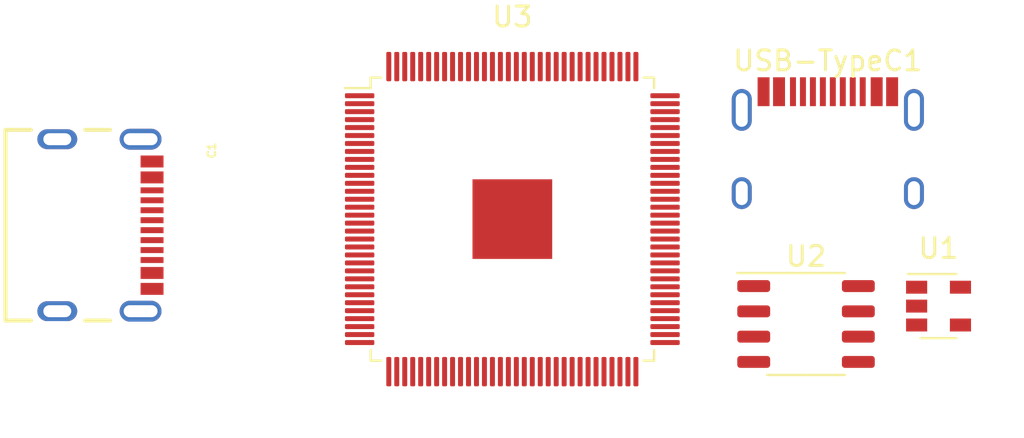
<source format=kicad_pcb>
(kicad_pcb (version 20171130) (host pcbnew "(5.1.7)-1")

  (general
    (thickness 1.6)
    (drawings 0)
    (tracks 0)
    (zones 0)
    (modules 5)
    (nets 155)
  )

  (page A4)
  (layers
    (0 F.Cu signal)
    (31 B.Cu signal)
    (32 B.Adhes user)
    (33 F.Adhes user)
    (34 B.Paste user)
    (35 F.Paste user)
    (36 B.SilkS user)
    (37 F.SilkS user)
    (38 B.Mask user)
    (39 F.Mask user)
    (40 Dwgs.User user)
    (41 Cmts.User user)
    (42 Eco1.User user)
    (43 Eco2.User user)
    (44 Edge.Cuts user)
    (45 Margin user)
    (46 B.CrtYd user)
    (47 F.CrtYd user)
    (48 B.Fab user)
    (49 F.Fab user)
  )

  (setup
    (last_trace_width 0.25)
    (trace_clearance 0.2)
    (zone_clearance 0.508)
    (zone_45_only no)
    (trace_min 0.2)
    (via_size 0.8)
    (via_drill 0.4)
    (via_min_size 0.4)
    (via_min_drill 0.3)
    (uvia_size 0.3)
    (uvia_drill 0.1)
    (uvias_allowed no)
    (uvia_min_size 0.2)
    (uvia_min_drill 0.1)
    (edge_width 0.05)
    (segment_width 0.2)
    (pcb_text_width 0.3)
    (pcb_text_size 1.5 1.5)
    (mod_edge_width 0.12)
    (mod_text_size 1 1)
    (mod_text_width 0.15)
    (pad_size 1.524 1.524)
    (pad_drill 0.762)
    (pad_to_mask_clearance 0)
    (aux_axis_origin 0 0)
    (visible_elements 7FFFFFFF)
    (pcbplotparams
      (layerselection 0x010fc_ffffffff)
      (usegerberextensions false)
      (usegerberattributes true)
      (usegerberadvancedattributes true)
      (creategerberjobfile true)
      (excludeedgelayer true)
      (linewidth 0.100000)
      (plotframeref false)
      (viasonmask false)
      (mode 1)
      (useauxorigin false)
      (hpglpennumber 1)
      (hpglpenspeed 20)
      (hpglpendiameter 15.000000)
      (psnegative false)
      (psa4output false)
      (plotreference true)
      (plotvalue true)
      (plotinvisibletext false)
      (padsonsilk false)
      (subtractmaskfromsilk false)
      (outputformat 1)
      (mirror false)
      (drillshape 1)
      (scaleselection 1)
      (outputdirectory ""))
  )

  (net 0 "")
  (net 1 "Net-(U1-Pad5)")
  (net 2 "Net-(U1-Pad4)")
  (net 3 "Net-(U1-Pad3)")
  (net 4 "Net-(U1-Pad2)")
  (net 5 "Net-(U1-Pad1)")
  (net 6 "Net-(U2-Pad8)")
  (net 7 "Net-(U2-Pad7)")
  (net 8 "Net-(U2-Pad6)")
  (net 9 "Net-(U2-Pad5)")
  (net 10 "Net-(U2-Pad4)")
  (net 11 "Net-(U2-Pad3)")
  (net 12 "Net-(U2-Pad2)")
  (net 13 "Net-(U2-Pad1)")
  (net 14 "Net-(U3-Pad129)")
  (net 15 "Net-(U3-Pad14)")
  (net 16 "Net-(U3-Pad4)")
  (net 17 "Net-(U3-Pad19)")
  (net 18 "Net-(U3-Pad20)")
  (net 19 "Net-(U3-Pad25)")
  (net 20 "Net-(U3-Pad30)")
  (net 21 "Net-(U3-Pad35)")
  (net 22 "Net-(U3-Pad18)")
  (net 23 "Net-(U3-Pad31)")
  (net 24 "Net-(U3-Pad42)")
  (net 25 "Net-(U3-Pad1)")
  (net 26 "Net-(U3-Pad10)")
  (net 27 "Net-(U3-Pad40)")
  (net 28 "Net-(U3-Pad5)")
  (net 29 "Net-(U3-Pad15)")
  (net 30 "Net-(U3-Pad41)")
  (net 31 "Net-(U3-Pad44)")
  (net 32 "Net-(U3-Pad45)")
  (net 33 "Net-(U3-Pad39)")
  (net 34 "Net-(U3-Pad27)")
  (net 35 "Net-(U3-Pad37)")
  (net 36 "Net-(U3-Pad32)")
  (net 37 "Net-(U3-Pad2)")
  (net 38 "Net-(U3-Pad6)")
  (net 39 "Net-(U3-Pad11)")
  (net 40 "Net-(U3-Pad12)")
  (net 41 "Net-(U3-Pad13)")
  (net 42 "Net-(U3-Pad16)")
  (net 43 "Net-(U3-Pad9)")
  (net 44 "Net-(U3-Pad17)")
  (net 45 "Net-(U3-Pad21)")
  (net 46 "Net-(U3-Pad28)")
  (net 47 "Net-(U3-Pad33)")
  (net 48 "Net-(U3-Pad3)")
  (net 49 "Net-(U3-Pad23)")
  (net 50 "Net-(U3-Pad36)")
  (net 51 "Net-(U3-Pad7)")
  (net 52 "Net-(U3-Pad24)")
  (net 53 "Net-(U3-Pad29)")
  (net 54 "Net-(U3-Pad34)")
  (net 55 "Net-(U3-Pad26)")
  (net 56 "Net-(U3-Pad22)")
  (net 57 "Net-(U3-Pad8)")
  (net 58 "Net-(U3-Pad38)")
  (net 59 "Net-(U3-Pad43)")
  (net 60 "Net-(U3-Pad102)")
  (net 61 "Net-(U3-Pad65)")
  (net 62 "Net-(U3-Pad46)")
  (net 63 "Net-(U3-Pad94)")
  (net 64 "Net-(U3-Pad103)")
  (net 65 "Net-(U3-Pad58)")
  (net 66 "Net-(U3-Pad87)")
  (net 67 "Net-(U3-Pad104)")
  (net 68 "Net-(U3-Pad85)")
  (net 69 "Net-(U3-Pad71)")
  (net 70 "Net-(U3-Pad48)")
  (net 71 "Net-(U3-Pad77)")
  (net 72 "Net-(U3-Pad82)")
  (net 73 "Net-(U3-Pad72)")
  (net 74 "Net-(U3-Pad88)")
  (net 75 "Net-(U3-Pad57)")
  (net 76 "Net-(U3-Pad59)")
  (net 77 "Net-(U3-Pad64)")
  (net 78 "Net-(U3-Pad68)")
  (net 79 "Net-(U3-Pad73)")
  (net 80 "Net-(U3-Pad92)")
  (net 81 "Net-(U3-Pad93)")
  (net 82 "Net-(U3-Pad89)")
  (net 83 "Net-(U3-Pad95)")
  (net 84 "Net-(U3-Pad49)")
  (net 85 "Net-(U3-Pad83)")
  (net 86 "Net-(U3-Pad80)")
  (net 87 "Net-(U3-Pad96)")
  (net 88 "Net-(U3-Pad81)")
  (net 89 "Net-(U3-Pad98)")
  (net 90 "Net-(U3-Pad69)")
  (net 91 "Net-(U3-Pad75)")
  (net 92 "Net-(U3-Pad52)")
  (net 93 "Net-(U3-Pad78)")
  (net 94 "Net-(U3-Pad90)")
  (net 95 "Net-(U3-Pad61)")
  (net 96 "Net-(U3-Pad51)")
  (net 97 "Net-(U3-Pad53)")
  (net 98 "Net-(U3-Pad54)")
  (net 99 "Net-(U3-Pad56)")
  (net 100 "Net-(U3-Pad91)")
  (net 101 "Net-(U3-Pad79)")
  (net 102 "Net-(U3-Pad70)")
  (net 103 "Net-(U3-Pad100)")
  (net 104 "Net-(U3-Pad76)")
  (net 105 "Net-(U3-Pad62)")
  (net 106 "Net-(U3-Pad63)")
  (net 107 "Net-(U3-Pad86)")
  (net 108 "Net-(U3-Pad101)")
  (net 109 "Net-(U3-Pad60)")
  (net 110 "Net-(U3-Pad47)")
  (net 111 "Net-(U3-Pad67)")
  (net 112 "Net-(U3-Pad66)")
  (net 113 "Net-(U3-Pad50)")
  (net 114 "Net-(U3-Pad74)")
  (net 115 "Net-(U3-Pad84)")
  (net 116 "Net-(U3-Pad97)")
  (net 117 "Net-(U3-Pad105)")
  (net 118 "Net-(U3-Pad106)")
  (net 119 "Net-(U3-Pad107)")
  (net 120 "Net-(U3-Pad108)")
  (net 121 "Net-(U3-Pad99)")
  (net 122 "Net-(U3-Pad109)")
  (net 123 "Net-(U3-Pad55)")
  (net 124 "Net-(U3-Pad119)")
  (net 125 "Net-(U3-Pad120)")
  (net 126 "Net-(U3-Pad127)")
  (net 127 "Net-(U3-Pad122)")
  (net 128 "Net-(U3-Pad125)")
  (net 129 "Net-(U3-Pad123)")
  (net 130 "Net-(U3-Pad124)")
  (net 131 "Net-(U3-Pad116)")
  (net 132 "Net-(U3-Pad121)")
  (net 133 "Net-(U3-Pad126)")
  (net 134 "Net-(U3-Pad112)")
  (net 135 "Net-(U3-Pad114)")
  (net 136 "Net-(U3-Pad111)")
  (net 137 "Net-(U3-Pad113)")
  (net 138 "Net-(U3-Pad110)")
  (net 139 "Net-(U3-Pad115)")
  (net 140 "Net-(U3-Pad118)")
  (net 141 "Net-(U3-Pad128)")
  (net 142 "Net-(U3-Pad117)")
  (net 143 "Net-(C1-PadA1_B12)")
  (net 144 "Net-(C1-PadB1_A12)")
  (net 145 "Net-(C1-PadA4_B9)")
  (net 146 "Net-(C1-PadB4_A9)")
  (net 147 "Net-(C1-PadA7)")
  (net 148 "Net-(C1-PadA6)")
  (net 149 "Net-(C1-PadB6)")
  (net 150 "Net-(C1-PadA8)")
  (net 151 "Net-(C1-PadB5)")
  (net 152 "Net-(C1-PadB7)")
  (net 153 "Net-(C1-PadA5)")
  (net 154 "Net-(C1-PadB8)")

  (net_class Default "This is the default net class."
    (clearance 0.2)
    (trace_width 0.25)
    (via_dia 0.8)
    (via_drill 0.4)
    (uvia_dia 0.3)
    (uvia_drill 0.1)
    (add_net "Net-(C1-PadA1_B12)")
    (add_net "Net-(C1-PadA4_B9)")
    (add_net "Net-(C1-PadA5)")
    (add_net "Net-(C1-PadA6)")
    (add_net "Net-(C1-PadA7)")
    (add_net "Net-(C1-PadA8)")
    (add_net "Net-(C1-PadB1_A12)")
    (add_net "Net-(C1-PadB4_A9)")
    (add_net "Net-(C1-PadB5)")
    (add_net "Net-(C1-PadB6)")
    (add_net "Net-(C1-PadB7)")
    (add_net "Net-(C1-PadB8)")
    (add_net "Net-(U1-Pad1)")
    (add_net "Net-(U1-Pad2)")
    (add_net "Net-(U1-Pad3)")
    (add_net "Net-(U1-Pad4)")
    (add_net "Net-(U1-Pad5)")
    (add_net "Net-(U2-Pad1)")
    (add_net "Net-(U2-Pad2)")
    (add_net "Net-(U2-Pad3)")
    (add_net "Net-(U2-Pad4)")
    (add_net "Net-(U2-Pad5)")
    (add_net "Net-(U2-Pad6)")
    (add_net "Net-(U2-Pad7)")
    (add_net "Net-(U2-Pad8)")
    (add_net "Net-(U3-Pad1)")
    (add_net "Net-(U3-Pad10)")
    (add_net "Net-(U3-Pad100)")
    (add_net "Net-(U3-Pad101)")
    (add_net "Net-(U3-Pad102)")
    (add_net "Net-(U3-Pad103)")
    (add_net "Net-(U3-Pad104)")
    (add_net "Net-(U3-Pad105)")
    (add_net "Net-(U3-Pad106)")
    (add_net "Net-(U3-Pad107)")
    (add_net "Net-(U3-Pad108)")
    (add_net "Net-(U3-Pad109)")
    (add_net "Net-(U3-Pad11)")
    (add_net "Net-(U3-Pad110)")
    (add_net "Net-(U3-Pad111)")
    (add_net "Net-(U3-Pad112)")
    (add_net "Net-(U3-Pad113)")
    (add_net "Net-(U3-Pad114)")
    (add_net "Net-(U3-Pad115)")
    (add_net "Net-(U3-Pad116)")
    (add_net "Net-(U3-Pad117)")
    (add_net "Net-(U3-Pad118)")
    (add_net "Net-(U3-Pad119)")
    (add_net "Net-(U3-Pad12)")
    (add_net "Net-(U3-Pad120)")
    (add_net "Net-(U3-Pad121)")
    (add_net "Net-(U3-Pad122)")
    (add_net "Net-(U3-Pad123)")
    (add_net "Net-(U3-Pad124)")
    (add_net "Net-(U3-Pad125)")
    (add_net "Net-(U3-Pad126)")
    (add_net "Net-(U3-Pad127)")
    (add_net "Net-(U3-Pad128)")
    (add_net "Net-(U3-Pad129)")
    (add_net "Net-(U3-Pad13)")
    (add_net "Net-(U3-Pad14)")
    (add_net "Net-(U3-Pad15)")
    (add_net "Net-(U3-Pad16)")
    (add_net "Net-(U3-Pad17)")
    (add_net "Net-(U3-Pad18)")
    (add_net "Net-(U3-Pad19)")
    (add_net "Net-(U3-Pad2)")
    (add_net "Net-(U3-Pad20)")
    (add_net "Net-(U3-Pad21)")
    (add_net "Net-(U3-Pad22)")
    (add_net "Net-(U3-Pad23)")
    (add_net "Net-(U3-Pad24)")
    (add_net "Net-(U3-Pad25)")
    (add_net "Net-(U3-Pad26)")
    (add_net "Net-(U3-Pad27)")
    (add_net "Net-(U3-Pad28)")
    (add_net "Net-(U3-Pad29)")
    (add_net "Net-(U3-Pad3)")
    (add_net "Net-(U3-Pad30)")
    (add_net "Net-(U3-Pad31)")
    (add_net "Net-(U3-Pad32)")
    (add_net "Net-(U3-Pad33)")
    (add_net "Net-(U3-Pad34)")
    (add_net "Net-(U3-Pad35)")
    (add_net "Net-(U3-Pad36)")
    (add_net "Net-(U3-Pad37)")
    (add_net "Net-(U3-Pad38)")
    (add_net "Net-(U3-Pad39)")
    (add_net "Net-(U3-Pad4)")
    (add_net "Net-(U3-Pad40)")
    (add_net "Net-(U3-Pad41)")
    (add_net "Net-(U3-Pad42)")
    (add_net "Net-(U3-Pad43)")
    (add_net "Net-(U3-Pad44)")
    (add_net "Net-(U3-Pad45)")
    (add_net "Net-(U3-Pad46)")
    (add_net "Net-(U3-Pad47)")
    (add_net "Net-(U3-Pad48)")
    (add_net "Net-(U3-Pad49)")
    (add_net "Net-(U3-Pad5)")
    (add_net "Net-(U3-Pad50)")
    (add_net "Net-(U3-Pad51)")
    (add_net "Net-(U3-Pad52)")
    (add_net "Net-(U3-Pad53)")
    (add_net "Net-(U3-Pad54)")
    (add_net "Net-(U3-Pad55)")
    (add_net "Net-(U3-Pad56)")
    (add_net "Net-(U3-Pad57)")
    (add_net "Net-(U3-Pad58)")
    (add_net "Net-(U3-Pad59)")
    (add_net "Net-(U3-Pad6)")
    (add_net "Net-(U3-Pad60)")
    (add_net "Net-(U3-Pad61)")
    (add_net "Net-(U3-Pad62)")
    (add_net "Net-(U3-Pad63)")
    (add_net "Net-(U3-Pad64)")
    (add_net "Net-(U3-Pad65)")
    (add_net "Net-(U3-Pad66)")
    (add_net "Net-(U3-Pad67)")
    (add_net "Net-(U3-Pad68)")
    (add_net "Net-(U3-Pad69)")
    (add_net "Net-(U3-Pad7)")
    (add_net "Net-(U3-Pad70)")
    (add_net "Net-(U3-Pad71)")
    (add_net "Net-(U3-Pad72)")
    (add_net "Net-(U3-Pad73)")
    (add_net "Net-(U3-Pad74)")
    (add_net "Net-(U3-Pad75)")
    (add_net "Net-(U3-Pad76)")
    (add_net "Net-(U3-Pad77)")
    (add_net "Net-(U3-Pad78)")
    (add_net "Net-(U3-Pad79)")
    (add_net "Net-(U3-Pad8)")
    (add_net "Net-(U3-Pad80)")
    (add_net "Net-(U3-Pad81)")
    (add_net "Net-(U3-Pad82)")
    (add_net "Net-(U3-Pad83)")
    (add_net "Net-(U3-Pad84)")
    (add_net "Net-(U3-Pad85)")
    (add_net "Net-(U3-Pad86)")
    (add_net "Net-(U3-Pad87)")
    (add_net "Net-(U3-Pad88)")
    (add_net "Net-(U3-Pad89)")
    (add_net "Net-(U3-Pad9)")
    (add_net "Net-(U3-Pad90)")
    (add_net "Net-(U3-Pad91)")
    (add_net "Net-(U3-Pad92)")
    (add_net "Net-(U3-Pad93)")
    (add_net "Net-(U3-Pad94)")
    (add_net "Net-(U3-Pad95)")
    (add_net "Net-(U3-Pad96)")
    (add_net "Net-(U3-Pad97)")
    (add_net "Net-(U3-Pad98)")
    (add_net "Net-(U3-Pad99)")
  )

  (module mypack:USB-TYPT-C-16PIN (layer F.Cu) (tedit 62447B33) (tstamp 6244E300)
    (at 127.1016 93.1672 180)
    (descr "USB C type female")
    (path /624E7871)
    (fp_text reference C1 (at -6.48 3.75 90) (layer F.SilkS)
      (effects (font (size 0.393701 0.393701) (thickness 0.15)))
    )
    (fp_text value USB-TypeC-16Pin (at -4.98 1 90) (layer F.Fab)
      (effects (font (size 0.393701 0.393701) (thickness 0.15)))
    )
    (fp_text user PCB-EDGE (at 3.77 -5.4 90) (layer F.Fab)
      (effects (font (size 0.32 0.32) (thickness 0.15)))
    )
    (fp_line (start -1.38 -4.79) (end -0.13 -4.79) (layer F.SilkS) (width 0.2))
    (fp_line (start -1.38 4.79) (end -0.13 4.79) (layer F.SilkS) (width 0.2))
    (fp_line (start 3.87 -4.8) (end 3.87 -8.4) (layer F.Fab) (width 0.1))
    (fp_line (start -4.31 -5.1) (end -4.31 5.1) (layer F.CrtYd) (width 0.05))
    (fp_line (start 4.12 -5.1) (end -4.31 -5.1) (layer F.CrtYd) (width 0.05))
    (fp_line (start 4.12 5.1) (end 4.12 -5.1) (layer F.CrtYd) (width 0.05))
    (fp_line (start -4.31 5.1) (end 4.12 5.1) (layer F.CrtYd) (width 0.05))
    (fp_line (start 3.87 -4.79) (end 2.59 -4.79) (layer F.SilkS) (width 0.2))
    (fp_line (start 3.87 4.79) (end 3.87 -4.79) (layer F.SilkS) (width 0.2))
    (fp_line (start 2.59 4.79) (end 3.87 4.79) (layer F.SilkS) (width 0.2))
    (fp_line (start 3.87 4.79) (end -3.66 4.79) (layer F.Fab) (width 0.1))
    (fp_line (start 3.87 -4.79) (end 3.87 4.79) (layer F.Fab) (width 0.1))
    (fp_line (start -3.66 -4.79) (end 3.87 -4.79) (layer F.Fab) (width 0.1))
    (fp_line (start -3.66 4.79) (end -3.66 -4.79) (layer F.Fab) (width 0.1))
    (pad S2 thru_hole oval (at 1.27 4.32 270) (size 1 2) (drill oval 0.6 1.4) (layers *.Cu *.Mask))
    (pad S3 thru_hole oval (at 1.27 -4.32 270) (size 1 2) (drill oval 0.6 1.4) (layers *.Cu *.Mask))
    (pad S1 thru_hole oval (at -2.91 4.32 270) (size 1.05 2.1) (drill oval 0.6 1.7) (layers *.Cu *.Mask))
    (pad S4 thru_hole oval (at -2.91 -4.32 270) (size 1.05 2.1) (drill oval 0.6 1.7) (layers *.Cu *.Mask))
    (pad None np_thru_hole circle (at -2.41 -2.89 270) (size 0.65 0.65) (drill 0.65) (layers *.Cu *.Mask))
    (pad None np_thru_hole circle (at -2.41 2.89 270) (size 0.65 0.65) (drill 0.65) (layers *.Cu *.Mask))
    (pad A1_B12 smd rect (at -3.485 3.2 270) (size 0.6 1.15) (layers F.Cu F.Paste F.Mask)
      (net 143 "Net-(C1-PadA1_B12)"))
    (pad B1_A12 smd rect (at -3.485 -3.2 270) (size 0.6 1.15) (layers F.Cu F.Paste F.Mask)
      (net 144 "Net-(C1-PadB1_A12)"))
    (pad A4_B9 smd rect (at -3.485 2.4 270) (size 0.6 1.15) (layers F.Cu F.Paste F.Mask)
      (net 145 "Net-(C1-PadA4_B9)"))
    (pad B4_A9 smd rect (at -3.485 -2.4 270) (size 0.6 1.15) (layers F.Cu F.Paste F.Mask)
      (net 146 "Net-(C1-PadB4_A9)"))
    (pad A7 smd rect (at -3.485 -0.25 270) (size 0.3 1.15) (layers F.Cu F.Paste F.Mask)
      (net 147 "Net-(C1-PadA7)"))
    (pad A6 smd rect (at -3.485 0.25 270) (size 0.3 1.15) (layers F.Cu F.Paste F.Mask)
      (net 148 "Net-(C1-PadA6)"))
    (pad B6 smd rect (at -3.485 -0.75 270) (size 0.3 1.15) (layers F.Cu F.Paste F.Mask)
      (net 149 "Net-(C1-PadB6)"))
    (pad A8 smd rect (at -3.485 -1.25 270) (size 0.3 1.15) (layers F.Cu F.Paste F.Mask)
      (net 150 "Net-(C1-PadA8)"))
    (pad B5 smd rect (at -3.485 -1.75 270) (size 0.3 1.15) (layers F.Cu F.Paste F.Mask)
      (net 151 "Net-(C1-PadB5)"))
    (pad B7 smd rect (at -3.485 0.75 270) (size 0.3 1.15) (layers F.Cu F.Paste F.Mask)
      (net 152 "Net-(C1-PadB7)"))
    (pad A5 smd rect (at -3.485 1.25 270) (size 0.3 1.15) (layers F.Cu F.Paste F.Mask)
      (net 153 "Net-(C1-PadA5)"))
    (pad B8 smd rect (at -3.485 1.75 270) (size 0.3 1.15) (layers F.Cu F.Paste F.Mask)
      (net 154 "Net-(C1-PadB8)"))
  )

  (module mypack:HRO-TYPE-C-31-M-12 (layer F.Cu) (tedit 5C42C658) (tstamp 6244DBFD)
    (at 164.497999 94.156199)
    (path /624D1644)
    (attr smd)
    (fp_text reference USB-TypeC1 (at 0 -9.25) (layer F.SilkS)
      (effects (font (size 1 1) (thickness 0.15)))
    )
    (fp_text value USB-TypeC (at 0 1.15) (layer Dwgs.User)
      (effects (font (size 1 1) (thickness 0.15)))
    )
    (fp_line (start -4.47 0) (end 4.47 0) (layer Dwgs.User) (width 0.15))
    (fp_line (start -4.47 0) (end -4.47 -7.3) (layer Dwgs.User) (width 0.15))
    (fp_line (start 4.47 0) (end 4.47 -7.3) (layer Dwgs.User) (width 0.15))
    (fp_line (start -4.47 -7.3) (end 4.47 -7.3) (layer Dwgs.User) (width 0.15))
    (pad 13 thru_hole oval (at 4.32 -2.6) (size 1 1.6) (drill oval 0.6 1.2) (layers *.Cu B.Mask))
    (pad 13 thru_hole oval (at -4.32 -2.6) (size 1 1.6) (drill oval 0.6 1.2) (layers *.Cu B.Mask))
    (pad 13 thru_hole oval (at 4.32 -6.78) (size 1 2.1) (drill oval 0.6 1.7) (layers *.Cu B.Mask))
    (pad 13 thru_hole oval (at -4.32 -6.78) (size 1 2.1) (drill oval 0.6 1.7) (layers *.Cu B.Mask))
    (pad "" np_thru_hole circle (at -2.89 -6.25) (size 0.65 0.65) (drill 0.65) (layers *.Cu *.Mask))
    (pad "" np_thru_hole circle (at 2.89 -6.25) (size 0.65 0.65) (drill 0.65) (layers *.Cu *.Mask))
    (pad 6 smd rect (at -0.25 -7.695) (size 0.3 1.45) (layers F.Cu F.Paste F.Mask))
    (pad 7 smd rect (at 0.25 -7.695) (size 0.3 1.45) (layers F.Cu F.Paste F.Mask))
    (pad 8 smd rect (at 0.75 -7.695) (size 0.3 1.45) (layers F.Cu F.Paste F.Mask))
    (pad 5 smd rect (at -0.75 -7.695) (size 0.3 1.45) (layers F.Cu F.Paste F.Mask))
    (pad 9 smd rect (at 1.25 -7.695) (size 0.3 1.45) (layers F.Cu F.Paste F.Mask))
    (pad 4 smd rect (at -1.25 -7.695) (size 0.3 1.45) (layers F.Cu F.Paste F.Mask))
    (pad 10 smd rect (at 1.75 -7.695) (size 0.3 1.45) (layers F.Cu F.Paste F.Mask))
    (pad 3 smd rect (at -1.75 -7.695) (size 0.3 1.45) (layers F.Cu F.Paste F.Mask))
    (pad 2 smd rect (at -2.45 -7.695) (size 0.6 1.45) (layers F.Cu F.Paste F.Mask))
    (pad 11 smd rect (at 2.45 -7.695) (size 0.6 1.45) (layers F.Cu F.Paste F.Mask))
    (pad 1 smd rect (at -3.225 -7.695) (size 0.6 1.45) (layers F.Cu F.Paste F.Mask))
    (pad 12 smd rect (at 3.225 -7.695) (size 0.6 1.45) (layers F.Cu F.Paste F.Mask))
  )

  (module mypack:ELQFP-129_14x14mm_P0.4mm (layer F.Cu) (tedit 62445B42) (tstamp 6244DBE3)
    (at 148.6662 92.8624)
    (path /624D31A6)
    (fp_text reference U3 (at 0 -10.16) (layer F.SilkS)
      (effects (font (size 1 1) (thickness 0.15)))
    )
    (fp_text value Allwinner_V3S (at 0 10.16) (layer F.Fab)
      (effects (font (size 1 1) (thickness 0.15)))
    )
    (fp_line (start 7.11 -7.11) (end 7.11 -6.585) (layer F.SilkS) (width 0.12))
    (fp_line (start -6 -7) (end 7 -7) (layer F.Fab) (width 0.1))
    (fp_line (start -7.11 -6.585) (end -8.4 -6.585) (layer F.SilkS) (width 0.12))
    (fp_line (start -6.585 7.11) (end -7.11 7.11) (layer F.SilkS) (width 0.12))
    (fp_line (start -7.11 -7.11) (end -7.11 -6.585) (layer F.SilkS) (width 0.12))
    (fp_line (start -7 -6) (end -6 -7) (layer F.Fab) (width 0.1))
    (fp_line (start 7 -7) (end 7 7) (layer F.Fab) (width 0.1))
    (fp_line (start 7.11 7.11) (end 7.11 6.585) (layer F.SilkS) (width 0.12))
    (fp_line (start -7 7) (end -7 -6) (layer F.Fab) (width 0.1))
    (fp_line (start -6.585 -7.11) (end -7.11 -7.11) (layer F.SilkS) (width 0.12))
    (fp_line (start -7.11 7.11) (end -7.11 6.585) (layer F.SilkS) (width 0.12))
    (fp_line (start 7 7) (end -7 7) (layer F.Fab) (width 0.1))
    (fp_line (start 6.585 -7.11) (end 7.11 -7.11) (layer F.SilkS) (width 0.12))
    (fp_line (start 6.585 7.11) (end 7.11 7.11) (layer F.SilkS) (width 0.12))
    (fp_line (start 8.65 -6.58) (end 8.65 0) (layer F.CrtYd) (width 0.05))
    (fp_line (start 7.25 -6.58) (end 8.65 -6.58) (layer F.CrtYd) (width 0.05))
    (fp_line (start 0 -8.65) (end 6.58 -8.65) (layer F.CrtYd) (width 0.05))
    (fp_line (start 7.25 6.58) (end 8.65 6.58) (layer F.CrtYd) (width 0.05))
    (fp_line (start 0 8.65) (end 6.58 8.65) (layer F.CrtYd) (width 0.05))
    (fp_line (start 0 8.65) (end -6.58 8.65) (layer F.CrtYd) (width 0.05))
    (fp_line (start 6.58 -7.25) (end 7.25 -7.25) (layer F.CrtYd) (width 0.05))
    (fp_line (start 6.58 -8.65) (end 6.58 -7.25) (layer F.CrtYd) (width 0.05))
    (fp_line (start -8.65 -6.58) (end -8.65 0) (layer F.CrtYd) (width 0.05))
    (fp_line (start 6.58 7.25) (end 7.25 7.25) (layer F.CrtYd) (width 0.05))
    (fp_line (start -8.65 6.58) (end -8.65 0) (layer F.CrtYd) (width 0.05))
    (fp_line (start -7.25 -6.58) (end -8.65 -6.58) (layer F.CrtYd) (width 0.05))
    (fp_line (start -7.25 7.25) (end -7.25 6.58) (layer F.CrtYd) (width 0.05))
    (fp_line (start -7.25 -7.25) (end -7.25 -6.58) (layer F.CrtYd) (width 0.05))
    (fp_line (start 7.25 -7.25) (end 7.25 -6.58) (layer F.CrtYd) (width 0.05))
    (fp_line (start -6.58 -7.25) (end -7.25 -7.25) (layer F.CrtYd) (width 0.05))
    (fp_line (start -6.58 -8.65) (end -6.58 -7.25) (layer F.CrtYd) (width 0.05))
    (fp_line (start 0 -8.65) (end -6.58 -8.65) (layer F.CrtYd) (width 0.05))
    (fp_line (start 8.65 6.58) (end 8.65 0) (layer F.CrtYd) (width 0.05))
    (fp_line (start 6.58 8.65) (end 6.58 7.25) (layer F.CrtYd) (width 0.05))
    (fp_line (start -7.25 6.58) (end -8.65 6.58) (layer F.CrtYd) (width 0.05))
    (fp_line (start -6.58 7.25) (end -7.25 7.25) (layer F.CrtYd) (width 0.05))
    (fp_line (start -6.58 8.65) (end -6.58 7.25) (layer F.CrtYd) (width 0.05))
    (fp_line (start 7.25 7.25) (end 7.25 6.58) (layer F.CrtYd) (width 0.05))
    (pad 129 smd rect (at 0 0) (size 4 4) (layers F.Cu F.Paste F.Mask)
      (net 14 "Net-(U3-Pad129)"))
    (pad 14 smd roundrect (at -7.6625 -1) (size 1.475 0.25) (layers F.Cu F.Paste F.Mask) (roundrect_rratio 0.25)
      (net 15 "Net-(U3-Pad14)"))
    (pad 4 smd roundrect (at -7.6625 -5) (size 1.475 0.25) (layers F.Cu F.Paste F.Mask) (roundrect_rratio 0.25)
      (net 16 "Net-(U3-Pad4)"))
    (pad 19 smd roundrect (at -7.6625 1) (size 1.475 0.25) (layers F.Cu F.Paste F.Mask) (roundrect_rratio 0.25)
      (net 17 "Net-(U3-Pad19)"))
    (pad 20 smd roundrect (at -7.6625 1.4) (size 1.475 0.25) (layers F.Cu F.Paste F.Mask) (roundrect_rratio 0.25)
      (net 18 "Net-(U3-Pad20)"))
    (pad 25 smd roundrect (at -7.6625 3.4) (size 1.475 0.25) (layers F.Cu F.Paste F.Mask) (roundrect_rratio 0.25)
      (net 19 "Net-(U3-Pad25)"))
    (pad 30 smd roundrect (at -7.6625 5.4) (size 1.475 0.25) (layers F.Cu F.Paste F.Mask) (roundrect_rratio 0.25)
      (net 20 "Net-(U3-Pad30)"))
    (pad 35 smd roundrect (at -5.4 7.6625) (size 0.25 1.475) (layers F.Cu F.Paste F.Mask) (roundrect_rratio 0.25)
      (net 21 "Net-(U3-Pad35)"))
    (pad 18 smd roundrect (at -7.6625 0.6) (size 1.475 0.25) (layers F.Cu F.Paste F.Mask) (roundrect_rratio 0.25)
      (net 22 "Net-(U3-Pad18)"))
    (pad 31 smd roundrect (at -7.6625 5.8) (size 1.475 0.25) (layers F.Cu F.Paste F.Mask) (roundrect_rratio 0.25)
      (net 23 "Net-(U3-Pad31)"))
    (pad 42 smd roundrect (at -2.6 7.6625) (size 0.25 1.475) (layers F.Cu F.Paste F.Mask) (roundrect_rratio 0.25)
      (net 24 "Net-(U3-Pad42)"))
    (pad 1 smd roundrect (at -7.6625 -6.2) (size 1.475 0.25) (layers F.Cu F.Paste F.Mask) (roundrect_rratio 0.25)
      (net 25 "Net-(U3-Pad1)"))
    (pad 10 smd roundrect (at -7.6625 -2.6) (size 1.475 0.25) (layers F.Cu F.Paste F.Mask) (roundrect_rratio 0.25)
      (net 26 "Net-(U3-Pad10)"))
    (pad 40 smd roundrect (at -3.4 7.6625) (size 0.25 1.475) (layers F.Cu F.Paste F.Mask) (roundrect_rratio 0.25)
      (net 27 "Net-(U3-Pad40)"))
    (pad 5 smd roundrect (at -7.6625 -4.6) (size 1.475 0.25) (layers F.Cu F.Paste F.Mask) (roundrect_rratio 0.25)
      (net 28 "Net-(U3-Pad5)"))
    (pad 15 smd roundrect (at -7.6625 -0.6) (size 1.475 0.25) (layers F.Cu F.Paste F.Mask) (roundrect_rratio 0.25)
      (net 29 "Net-(U3-Pad15)"))
    (pad 41 smd roundrect (at -3 7.6625) (size 0.25 1.475) (layers F.Cu F.Paste F.Mask) (roundrect_rratio 0.25)
      (net 30 "Net-(U3-Pad41)"))
    (pad 44 smd roundrect (at -1.8 7.6625) (size 0.25 1.475) (layers F.Cu F.Paste F.Mask) (roundrect_rratio 0.25)
      (net 31 "Net-(U3-Pad44)"))
    (pad 45 smd roundrect (at -1.4 7.6625) (size 0.25 1.475) (layers F.Cu F.Paste F.Mask) (roundrect_rratio 0.25)
      (net 32 "Net-(U3-Pad45)"))
    (pad 39 smd roundrect (at -3.8 7.6625) (size 0.25 1.475) (layers F.Cu F.Paste F.Mask) (roundrect_rratio 0.25)
      (net 33 "Net-(U3-Pad39)"))
    (pad 27 smd roundrect (at -7.6625 4.2) (size 1.475 0.25) (layers F.Cu F.Paste F.Mask) (roundrect_rratio 0.25)
      (net 34 "Net-(U3-Pad27)"))
    (pad 37 smd roundrect (at -4.6 7.6625) (size 0.25 1.475) (layers F.Cu F.Paste F.Mask) (roundrect_rratio 0.25)
      (net 35 "Net-(U3-Pad37)"))
    (pad 32 smd roundrect (at -7.6625 6.2) (size 1.475 0.25) (layers F.Cu F.Paste F.Mask) (roundrect_rratio 0.25)
      (net 36 "Net-(U3-Pad32)"))
    (pad 2 smd roundrect (at -7.6625 -5.8) (size 1.475 0.25) (layers F.Cu F.Paste F.Mask) (roundrect_rratio 0.25)
      (net 37 "Net-(U3-Pad2)"))
    (pad 6 smd roundrect (at -7.6625 -4.2) (size 1.475 0.25) (layers F.Cu F.Paste F.Mask) (roundrect_rratio 0.25)
      (net 38 "Net-(U3-Pad6)"))
    (pad 11 smd roundrect (at -7.6625 -2.2) (size 1.475 0.25) (layers F.Cu F.Paste F.Mask) (roundrect_rratio 0.25)
      (net 39 "Net-(U3-Pad11)"))
    (pad 12 smd roundrect (at -7.6625 -1.8) (size 1.475 0.25) (layers F.Cu F.Paste F.Mask) (roundrect_rratio 0.25)
      (net 40 "Net-(U3-Pad12)"))
    (pad 13 smd roundrect (at -7.6625 -1.4) (size 1.475 0.25) (layers F.Cu F.Paste F.Mask) (roundrect_rratio 0.25)
      (net 41 "Net-(U3-Pad13)"))
    (pad 16 smd roundrect (at -7.6625 -0.2) (size 1.475 0.25) (layers F.Cu F.Paste F.Mask) (roundrect_rratio 0.25)
      (net 42 "Net-(U3-Pad16)"))
    (pad 9 smd roundrect (at -7.6625 -3) (size 1.475 0.25) (layers F.Cu F.Paste F.Mask) (roundrect_rratio 0.25)
      (net 43 "Net-(U3-Pad9)"))
    (pad 17 smd roundrect (at -7.6625 0.2) (size 1.475 0.25) (layers F.Cu F.Paste F.Mask) (roundrect_rratio 0.25)
      (net 44 "Net-(U3-Pad17)"))
    (pad 21 smd roundrect (at -7.6625 1.8) (size 1.475 0.25) (layers F.Cu F.Paste F.Mask) (roundrect_rratio 0.25)
      (net 45 "Net-(U3-Pad21)"))
    (pad 28 smd roundrect (at -7.6625 4.6) (size 1.475 0.25) (layers F.Cu F.Paste F.Mask) (roundrect_rratio 0.25)
      (net 46 "Net-(U3-Pad28)"))
    (pad 33 smd roundrect (at -6.2 7.6625) (size 0.25 1.475) (layers F.Cu F.Paste F.Mask) (roundrect_rratio 0.25)
      (net 47 "Net-(U3-Pad33)"))
    (pad 3 smd roundrect (at -7.6625 -5.4) (size 1.475 0.25) (layers F.Cu F.Paste F.Mask) (roundrect_rratio 0.25)
      (net 48 "Net-(U3-Pad3)"))
    (pad 23 smd roundrect (at -7.6625 2.6) (size 1.475 0.25) (layers F.Cu F.Paste F.Mask) (roundrect_rratio 0.25)
      (net 49 "Net-(U3-Pad23)"))
    (pad 36 smd roundrect (at -5 7.6625) (size 0.25 1.475) (layers F.Cu F.Paste F.Mask) (roundrect_rratio 0.25)
      (net 50 "Net-(U3-Pad36)"))
    (pad 7 smd roundrect (at -7.6625 -3.8) (size 1.475 0.25) (layers F.Cu F.Paste F.Mask) (roundrect_rratio 0.25)
      (net 51 "Net-(U3-Pad7)"))
    (pad 24 smd roundrect (at -7.6625 3) (size 1.475 0.25) (layers F.Cu F.Paste F.Mask) (roundrect_rratio 0.25)
      (net 52 "Net-(U3-Pad24)"))
    (pad 29 smd roundrect (at -7.6625 5) (size 1.475 0.25) (layers F.Cu F.Paste F.Mask) (roundrect_rratio 0.25)
      (net 53 "Net-(U3-Pad29)"))
    (pad 34 smd roundrect (at -5.8 7.6625) (size 0.25 1.475) (layers F.Cu F.Paste F.Mask) (roundrect_rratio 0.25)
      (net 54 "Net-(U3-Pad34)"))
    (pad 26 smd roundrect (at -7.6625 3.8) (size 1.475 0.25) (layers F.Cu F.Paste F.Mask) (roundrect_rratio 0.25)
      (net 55 "Net-(U3-Pad26)"))
    (pad 22 smd roundrect (at -7.6625 2.2) (size 1.475 0.25) (layers F.Cu F.Paste F.Mask) (roundrect_rratio 0.25)
      (net 56 "Net-(U3-Pad22)"))
    (pad 8 smd roundrect (at -7.6625 -3.4) (size 1.475 0.25) (layers F.Cu F.Paste F.Mask) (roundrect_rratio 0.25)
      (net 57 "Net-(U3-Pad8)"))
    (pad 38 smd roundrect (at -4.2 7.6625) (size 0.25 1.475) (layers F.Cu F.Paste F.Mask) (roundrect_rratio 0.25)
      (net 58 "Net-(U3-Pad38)"))
    (pad 43 smd roundrect (at -2.2 7.6625) (size 0.25 1.475) (layers F.Cu F.Paste F.Mask) (roundrect_rratio 0.25)
      (net 59 "Net-(U3-Pad43)"))
    (pad 102 smd roundrect (at 4.2 -7.6625) (size 0.25 1.475) (layers F.Cu F.Paste F.Mask) (roundrect_rratio 0.25)
      (net 60 "Net-(U3-Pad102)"))
    (pad 65 smd roundrect (at 7.6625 6.2) (size 1.475 0.25) (layers F.Cu F.Paste F.Mask) (roundrect_rratio 0.25)
      (net 61 "Net-(U3-Pad65)"))
    (pad 46 smd roundrect (at -1 7.6625) (size 0.25 1.475) (layers F.Cu F.Paste F.Mask) (roundrect_rratio 0.25)
      (net 62 "Net-(U3-Pad46)"))
    (pad 94 smd roundrect (at 7.6625 -5.4) (size 1.475 0.25) (layers F.Cu F.Paste F.Mask) (roundrect_rratio 0.25)
      (net 63 "Net-(U3-Pad94)"))
    (pad 103 smd roundrect (at 3.8 -7.6625) (size 0.25 1.475) (layers F.Cu F.Paste F.Mask) (roundrect_rratio 0.25)
      (net 64 "Net-(U3-Pad103)"))
    (pad 58 smd roundrect (at 3.8 7.6625) (size 0.25 1.475) (layers F.Cu F.Paste F.Mask) (roundrect_rratio 0.25)
      (net 65 "Net-(U3-Pad58)"))
    (pad 87 smd roundrect (at 7.6625 -2.6) (size 1.475 0.25) (layers F.Cu F.Paste F.Mask) (roundrect_rratio 0.25)
      (net 66 "Net-(U3-Pad87)"))
    (pad 104 smd roundrect (at 3.4 -7.6625) (size 0.25 1.475) (layers F.Cu F.Paste F.Mask) (roundrect_rratio 0.25)
      (net 67 "Net-(U3-Pad104)"))
    (pad 85 smd roundrect (at 7.6625 -1.8) (size 1.475 0.25) (layers F.Cu F.Paste F.Mask) (roundrect_rratio 0.25)
      (net 68 "Net-(U3-Pad85)"))
    (pad 71 smd roundrect (at 7.6625 3.8) (size 1.475 0.25) (layers F.Cu F.Paste F.Mask) (roundrect_rratio 0.25)
      (net 69 "Net-(U3-Pad71)"))
    (pad 48 smd roundrect (at -0.2 7.6625) (size 0.25 1.475) (layers F.Cu F.Paste F.Mask) (roundrect_rratio 0.25)
      (net 70 "Net-(U3-Pad48)"))
    (pad 77 smd roundrect (at 7.6625 1.4) (size 1.475 0.25) (layers F.Cu F.Paste F.Mask) (roundrect_rratio 0.25)
      (net 71 "Net-(U3-Pad77)"))
    (pad 82 smd roundrect (at 7.6625 -0.6) (size 1.475 0.25) (layers F.Cu F.Paste F.Mask) (roundrect_rratio 0.25)
      (net 72 "Net-(U3-Pad82)"))
    (pad 72 smd roundrect (at 7.6625 3.4) (size 1.475 0.25) (layers F.Cu F.Paste F.Mask) (roundrect_rratio 0.25)
      (net 73 "Net-(U3-Pad72)"))
    (pad 88 smd roundrect (at 7.6625 -3) (size 1.475 0.25) (layers F.Cu F.Paste F.Mask) (roundrect_rratio 0.25)
      (net 74 "Net-(U3-Pad88)"))
    (pad 57 smd roundrect (at 3.4 7.6625) (size 0.25 1.475) (layers F.Cu F.Paste F.Mask) (roundrect_rratio 0.25)
      (net 75 "Net-(U3-Pad57)"))
    (pad 59 smd roundrect (at 4.2 7.6625) (size 0.25 1.475) (layers F.Cu F.Paste F.Mask) (roundrect_rratio 0.25)
      (net 76 "Net-(U3-Pad59)"))
    (pad 64 smd roundrect (at 6.2 7.6625) (size 0.25 1.475) (layers F.Cu F.Paste F.Mask) (roundrect_rratio 0.25)
      (net 77 "Net-(U3-Pad64)"))
    (pad 68 smd roundrect (at 7.6625 5) (size 1.475 0.25) (layers F.Cu F.Paste F.Mask) (roundrect_rratio 0.25)
      (net 78 "Net-(U3-Pad68)"))
    (pad 73 smd roundrect (at 7.6625 3) (size 1.475 0.25) (layers F.Cu F.Paste F.Mask) (roundrect_rratio 0.25)
      (net 79 "Net-(U3-Pad73)"))
    (pad 92 smd roundrect (at 7.6625 -4.6) (size 1.475 0.25) (layers F.Cu F.Paste F.Mask) (roundrect_rratio 0.25)
      (net 80 "Net-(U3-Pad92)"))
    (pad 93 smd roundrect (at 7.6625 -5) (size 1.475 0.25) (layers F.Cu F.Paste F.Mask) (roundrect_rratio 0.25)
      (net 81 "Net-(U3-Pad93)"))
    (pad 89 smd roundrect (at 7.6625 -3.4) (size 1.475 0.25) (layers F.Cu F.Paste F.Mask) (roundrect_rratio 0.25)
      (net 82 "Net-(U3-Pad89)"))
    (pad 95 smd roundrect (at 7.6625 -5.8) (size 1.475 0.25) (layers F.Cu F.Paste F.Mask) (roundrect_rratio 0.25)
      (net 83 "Net-(U3-Pad95)"))
    (pad 49 smd roundrect (at 0.2 7.6625) (size 0.25 1.475) (layers F.Cu F.Paste F.Mask) (roundrect_rratio 0.25)
      (net 84 "Net-(U3-Pad49)"))
    (pad 83 smd roundrect (at 7.6625 -1) (size 1.475 0.25) (layers F.Cu F.Paste F.Mask) (roundrect_rratio 0.25)
      (net 85 "Net-(U3-Pad83)"))
    (pad 80 smd roundrect (at 7.6625 0.2) (size 1.475 0.25) (layers F.Cu F.Paste F.Mask) (roundrect_rratio 0.25)
      (net 86 "Net-(U3-Pad80)"))
    (pad 96 smd roundrect (at 7.6625 -6.2) (size 1.475 0.25) (layers F.Cu F.Paste F.Mask) (roundrect_rratio 0.25)
      (net 87 "Net-(U3-Pad96)"))
    (pad 81 smd roundrect (at 7.6625 -0.2) (size 1.475 0.25) (layers F.Cu F.Paste F.Mask) (roundrect_rratio 0.25)
      (net 88 "Net-(U3-Pad81)"))
    (pad 98 smd roundrect (at 5.8 -7.6625) (size 0.25 1.475) (layers F.Cu F.Paste F.Mask) (roundrect_rratio 0.25)
      (net 89 "Net-(U3-Pad98)"))
    (pad 69 smd roundrect (at 7.6625 4.6) (size 1.475 0.25) (layers F.Cu F.Paste F.Mask) (roundrect_rratio 0.25)
      (net 90 "Net-(U3-Pad69)"))
    (pad 75 smd roundrect (at 7.6625 2.2) (size 1.475 0.25) (layers F.Cu F.Paste F.Mask) (roundrect_rratio 0.25)
      (net 91 "Net-(U3-Pad75)"))
    (pad 52 smd roundrect (at 1.4 7.6625) (size 0.25 1.475) (layers F.Cu F.Paste F.Mask) (roundrect_rratio 0.25)
      (net 92 "Net-(U3-Pad52)"))
    (pad 78 smd roundrect (at 7.6625 1) (size 1.475 0.25) (layers F.Cu F.Paste F.Mask) (roundrect_rratio 0.25)
      (net 93 "Net-(U3-Pad78)"))
    (pad 90 smd roundrect (at 7.6625 -3.8) (size 1.475 0.25) (layers F.Cu F.Paste F.Mask) (roundrect_rratio 0.25)
      (net 94 "Net-(U3-Pad90)"))
    (pad 61 smd roundrect (at 5 7.6625) (size 0.25 1.475) (layers F.Cu F.Paste F.Mask) (roundrect_rratio 0.25)
      (net 95 "Net-(U3-Pad61)"))
    (pad 51 smd roundrect (at 1 7.6625) (size 0.25 1.475) (layers F.Cu F.Paste F.Mask) (roundrect_rratio 0.25)
      (net 96 "Net-(U3-Pad51)"))
    (pad 53 smd roundrect (at 1.8 7.6625) (size 0.25 1.475) (layers F.Cu F.Paste F.Mask) (roundrect_rratio 0.25)
      (net 97 "Net-(U3-Pad53)"))
    (pad 54 smd roundrect (at 2.2 7.6625) (size 0.25 1.475) (layers F.Cu F.Paste F.Mask) (roundrect_rratio 0.25)
      (net 98 "Net-(U3-Pad54)"))
    (pad 56 smd roundrect (at 3 7.6625) (size 0.25 1.475) (layers F.Cu F.Paste F.Mask) (roundrect_rratio 0.25)
      (net 99 "Net-(U3-Pad56)"))
    (pad 91 smd roundrect (at 7.6625 -4.2) (size 1.475 0.25) (layers F.Cu F.Paste F.Mask) (roundrect_rratio 0.25)
      (net 100 "Net-(U3-Pad91)"))
    (pad 79 smd roundrect (at 7.6625 0.6) (size 1.475 0.25) (layers F.Cu F.Paste F.Mask) (roundrect_rratio 0.25)
      (net 101 "Net-(U3-Pad79)"))
    (pad 70 smd roundrect (at 7.6625 4.2) (size 1.475 0.25) (layers F.Cu F.Paste F.Mask) (roundrect_rratio 0.25)
      (net 102 "Net-(U3-Pad70)"))
    (pad 100 smd roundrect (at 5 -7.6625) (size 0.25 1.475) (layers F.Cu F.Paste F.Mask) (roundrect_rratio 0.25)
      (net 103 "Net-(U3-Pad100)"))
    (pad 76 smd roundrect (at 7.6625 1.8) (size 1.475 0.25) (layers F.Cu F.Paste F.Mask) (roundrect_rratio 0.25)
      (net 104 "Net-(U3-Pad76)"))
    (pad 62 smd roundrect (at 5.4 7.6625) (size 0.25 1.475) (layers F.Cu F.Paste F.Mask) (roundrect_rratio 0.25)
      (net 105 "Net-(U3-Pad62)"))
    (pad 63 smd roundrect (at 5.8 7.6625) (size 0.25 1.475) (layers F.Cu F.Paste F.Mask) (roundrect_rratio 0.25)
      (net 106 "Net-(U3-Pad63)"))
    (pad 86 smd roundrect (at 7.6625 -2.2) (size 1.475 0.25) (layers F.Cu F.Paste F.Mask) (roundrect_rratio 0.25)
      (net 107 "Net-(U3-Pad86)"))
    (pad 101 smd roundrect (at 4.6 -7.6625) (size 0.25 1.475) (layers F.Cu F.Paste F.Mask) (roundrect_rratio 0.25)
      (net 108 "Net-(U3-Pad101)"))
    (pad 60 smd roundrect (at 4.6 7.6625) (size 0.25 1.475) (layers F.Cu F.Paste F.Mask) (roundrect_rratio 0.25)
      (net 109 "Net-(U3-Pad60)"))
    (pad 47 smd roundrect (at -0.6 7.6625) (size 0.25 1.475) (layers F.Cu F.Paste F.Mask) (roundrect_rratio 0.25)
      (net 110 "Net-(U3-Pad47)"))
    (pad 67 smd roundrect (at 7.6625 5.4) (size 1.475 0.25) (layers F.Cu F.Paste F.Mask) (roundrect_rratio 0.25)
      (net 111 "Net-(U3-Pad67)"))
    (pad 66 smd roundrect (at 7.6625 5.8) (size 1.475 0.25) (layers F.Cu F.Paste F.Mask) (roundrect_rratio 0.25)
      (net 112 "Net-(U3-Pad66)"))
    (pad 50 smd roundrect (at 0.6 7.6625) (size 0.25 1.475) (layers F.Cu F.Paste F.Mask) (roundrect_rratio 0.25)
      (net 113 "Net-(U3-Pad50)"))
    (pad 74 smd roundrect (at 7.6625 2.6) (size 1.475 0.25) (layers F.Cu F.Paste F.Mask) (roundrect_rratio 0.25)
      (net 114 "Net-(U3-Pad74)"))
    (pad 84 smd roundrect (at 7.6625 -1.4) (size 1.475 0.25) (layers F.Cu F.Paste F.Mask) (roundrect_rratio 0.25)
      (net 115 "Net-(U3-Pad84)"))
    (pad 97 smd roundrect (at 6.2 -7.6625) (size 0.25 1.475) (layers F.Cu F.Paste F.Mask) (roundrect_rratio 0.25)
      (net 116 "Net-(U3-Pad97)"))
    (pad 105 smd roundrect (at 3 -7.6625) (size 0.25 1.475) (layers F.Cu F.Paste F.Mask) (roundrect_rratio 0.25)
      (net 117 "Net-(U3-Pad105)"))
    (pad 106 smd roundrect (at 2.6 -7.6625) (size 0.25 1.475) (layers F.Cu F.Paste F.Mask) (roundrect_rratio 0.25)
      (net 118 "Net-(U3-Pad106)"))
    (pad 107 smd roundrect (at 2.2 -7.6625) (size 0.25 1.475) (layers F.Cu F.Paste F.Mask) (roundrect_rratio 0.25)
      (net 119 "Net-(U3-Pad107)"))
    (pad 108 smd roundrect (at 1.8 -7.6625) (size 0.25 1.475) (layers F.Cu F.Paste F.Mask) (roundrect_rratio 0.25)
      (net 120 "Net-(U3-Pad108)"))
    (pad 99 smd roundrect (at 5.4 -7.6625) (size 0.25 1.475) (layers F.Cu F.Paste F.Mask) (roundrect_rratio 0.25)
      (net 121 "Net-(U3-Pad99)"))
    (pad 109 smd roundrect (at 1.4 -7.6625) (size 0.25 1.475) (layers F.Cu F.Paste F.Mask) (roundrect_rratio 0.25)
      (net 122 "Net-(U3-Pad109)"))
    (pad 55 smd roundrect (at 2.6 7.6625) (size 0.25 1.475) (layers F.Cu F.Paste F.Mask) (roundrect_rratio 0.25)
      (net 123 "Net-(U3-Pad55)"))
    (pad 119 smd roundrect (at -2.6 -7.6625) (size 0.25 1.475) (layers F.Cu F.Paste F.Mask) (roundrect_rratio 0.25)
      (net 124 "Net-(U3-Pad119)"))
    (pad 120 smd roundrect (at -3 -7.6625) (size 0.25 1.475) (layers F.Cu F.Paste F.Mask) (roundrect_rratio 0.25)
      (net 125 "Net-(U3-Pad120)"))
    (pad 127 smd roundrect (at -5.8 -7.6625) (size 0.25 1.475) (layers F.Cu F.Paste F.Mask) (roundrect_rratio 0.25)
      (net 126 "Net-(U3-Pad127)"))
    (pad 122 smd roundrect (at -3.8 -7.6625) (size 0.25 1.475) (layers F.Cu F.Paste F.Mask) (roundrect_rratio 0.25)
      (net 127 "Net-(U3-Pad122)"))
    (pad 125 smd roundrect (at -5 -7.6625) (size 0.25 1.475) (layers F.Cu F.Paste F.Mask) (roundrect_rratio 0.25)
      (net 128 "Net-(U3-Pad125)"))
    (pad 123 smd roundrect (at -4.2 -7.6625) (size 0.25 1.475) (layers F.Cu F.Paste F.Mask) (roundrect_rratio 0.25)
      (net 129 "Net-(U3-Pad123)"))
    (pad 124 smd roundrect (at -4.6 -7.6625) (size 0.25 1.475) (layers F.Cu F.Paste F.Mask) (roundrect_rratio 0.25)
      (net 130 "Net-(U3-Pad124)"))
    (pad 116 smd roundrect (at -1.4 -7.6625) (size 0.25 1.475) (layers F.Cu F.Paste F.Mask) (roundrect_rratio 0.25)
      (net 131 "Net-(U3-Pad116)"))
    (pad 121 smd roundrect (at -3.4 -7.6625) (size 0.25 1.475) (layers F.Cu F.Paste F.Mask) (roundrect_rratio 0.25)
      (net 132 "Net-(U3-Pad121)"))
    (pad 126 smd roundrect (at -5.4 -7.6625) (size 0.25 1.475) (layers F.Cu F.Paste F.Mask) (roundrect_rratio 0.25)
      (net 133 "Net-(U3-Pad126)"))
    (pad 112 smd roundrect (at 0.2 -7.6625) (size 0.25 1.475) (layers F.Cu F.Paste F.Mask) (roundrect_rratio 0.25)
      (net 134 "Net-(U3-Pad112)"))
    (pad 114 smd roundrect (at -0.6 -7.6625) (size 0.25 1.475) (layers F.Cu F.Paste F.Mask) (roundrect_rratio 0.25)
      (net 135 "Net-(U3-Pad114)"))
    (pad 111 smd roundrect (at 0.6 -7.6625) (size 0.25 1.475) (layers F.Cu F.Paste F.Mask) (roundrect_rratio 0.25)
      (net 136 "Net-(U3-Pad111)"))
    (pad 113 smd roundrect (at -0.2 -7.6625) (size 0.25 1.475) (layers F.Cu F.Paste F.Mask) (roundrect_rratio 0.25)
      (net 137 "Net-(U3-Pad113)"))
    (pad 110 smd roundrect (at 1 -7.6625) (size 0.25 1.475) (layers F.Cu F.Paste F.Mask) (roundrect_rratio 0.25)
      (net 138 "Net-(U3-Pad110)"))
    (pad 115 smd roundrect (at -1 -7.6625) (size 0.25 1.475) (layers F.Cu F.Paste F.Mask) (roundrect_rratio 0.25)
      (net 139 "Net-(U3-Pad115)"))
    (pad 118 smd roundrect (at -2.2 -7.6625) (size 0.25 1.475) (layers F.Cu F.Paste F.Mask) (roundrect_rratio 0.25)
      (net 140 "Net-(U3-Pad118)"))
    (pad 128 smd roundrect (at -6.2 -7.6625) (size 0.25 1.475) (layers F.Cu F.Paste F.Mask) (roundrect_rratio 0.25)
      (net 141 "Net-(U3-Pad128)"))
    (pad 117 smd roundrect (at -1.8 -7.6625) (size 0.25 1.475) (layers F.Cu F.Paste F.Mask) (roundrect_rratio 0.25)
      (net 142 "Net-(U3-Pad117)"))
  )

  (module Package_SO:SOP-8_3.9x4.9mm_P1.27mm (layer F.Cu) (tedit 5D9F72B1) (tstamp 6244DB38)
    (at 163.403 98.1312)
    (descr "SOP, 8 Pin (http://www.macronix.com/Lists/Datasheet/Attachments/7534/MX25R3235F,%20Wide%20Range,%2032Mb,%20v1.6.pdf#page=79), generated with kicad-footprint-generator ipc_gullwing_generator.py")
    (tags "SOP SO")
    (path /624D83FC)
    (attr smd)
    (fp_text reference U2 (at 0 -3.4) (layer F.SilkS)
      (effects (font (size 1 1) (thickness 0.15)))
    )
    (fp_text value CH340N (at 0 3.4) (layer F.Fab)
      (effects (font (size 1 1) (thickness 0.15)))
    )
    (fp_line (start 3.7 -2.7) (end -3.7 -2.7) (layer F.CrtYd) (width 0.05))
    (fp_line (start 3.7 2.7) (end 3.7 -2.7) (layer F.CrtYd) (width 0.05))
    (fp_line (start -3.7 2.7) (end 3.7 2.7) (layer F.CrtYd) (width 0.05))
    (fp_line (start -3.7 -2.7) (end -3.7 2.7) (layer F.CrtYd) (width 0.05))
    (fp_line (start -1.95 -1.475) (end -0.975 -2.45) (layer F.Fab) (width 0.1))
    (fp_line (start -1.95 2.45) (end -1.95 -1.475) (layer F.Fab) (width 0.1))
    (fp_line (start 1.95 2.45) (end -1.95 2.45) (layer F.Fab) (width 0.1))
    (fp_line (start 1.95 -2.45) (end 1.95 2.45) (layer F.Fab) (width 0.1))
    (fp_line (start -0.975 -2.45) (end 1.95 -2.45) (layer F.Fab) (width 0.1))
    (fp_line (start 0 -2.56) (end -3.45 -2.56) (layer F.SilkS) (width 0.12))
    (fp_line (start 0 -2.56) (end 1.95 -2.56) (layer F.SilkS) (width 0.12))
    (fp_line (start 0 2.56) (end -1.95 2.56) (layer F.SilkS) (width 0.12))
    (fp_line (start 0 2.56) (end 1.95 2.56) (layer F.SilkS) (width 0.12))
    (fp_text user %R (at 0 0) (layer F.Fab)
      (effects (font (size 0.98 0.98) (thickness 0.15)))
    )
    (pad 8 smd roundrect (at 2.625 -1.905) (size 1.65 0.6) (layers F.Cu F.Paste F.Mask) (roundrect_rratio 0.25)
      (net 6 "Net-(U2-Pad8)"))
    (pad 7 smd roundrect (at 2.625 -0.635) (size 1.65 0.6) (layers F.Cu F.Paste F.Mask) (roundrect_rratio 0.25)
      (net 7 "Net-(U2-Pad7)"))
    (pad 6 smd roundrect (at 2.625 0.635) (size 1.65 0.6) (layers F.Cu F.Paste F.Mask) (roundrect_rratio 0.25)
      (net 8 "Net-(U2-Pad6)"))
    (pad 5 smd roundrect (at 2.625 1.905) (size 1.65 0.6) (layers F.Cu F.Paste F.Mask) (roundrect_rratio 0.25)
      (net 9 "Net-(U2-Pad5)"))
    (pad 4 smd roundrect (at -2.625 1.905) (size 1.65 0.6) (layers F.Cu F.Paste F.Mask) (roundrect_rratio 0.25)
      (net 10 "Net-(U2-Pad4)"))
    (pad 3 smd roundrect (at -2.625 0.635) (size 1.65 0.6) (layers F.Cu F.Paste F.Mask) (roundrect_rratio 0.25)
      (net 11 "Net-(U2-Pad3)"))
    (pad 2 smd roundrect (at -2.625 -0.635) (size 1.65 0.6) (layers F.Cu F.Paste F.Mask) (roundrect_rratio 0.25)
      (net 12 "Net-(U2-Pad2)"))
    (pad 1 smd roundrect (at -2.625 -1.905) (size 1.65 0.6) (layers F.Cu F.Paste F.Mask) (roundrect_rratio 0.25)
      (net 13 "Net-(U2-Pad1)"))
    (model ${KISYS3DMOD}/Package_SO.3dshapes/SOP-8_3.9x4.9mm_P1.27mm.wrl
      (at (xyz 0 0 0))
      (scale (xyz 1 1 1))
      (rotate (xyz 0 0 0))
    )
  )

  (module Package_TO_SOT_SMD:SOT-23-5 (layer F.Cu) (tedit 5A02FF57) (tstamp 6244DB1E)
    (at 170.053 97.2312)
    (descr "5-pin SOT23 package")
    (tags SOT-23-5)
    (path /624D5869)
    (attr smd)
    (fp_text reference U1 (at 0 -2.9) (layer F.SilkS)
      (effects (font (size 1 1) (thickness 0.15)))
    )
    (fp_text value SY8088AAC (at 0 2.9) (layer F.Fab)
      (effects (font (size 1 1) (thickness 0.15)))
    )
    (fp_line (start 0.9 -1.55) (end 0.9 1.55) (layer F.Fab) (width 0.1))
    (fp_line (start 0.9 1.55) (end -0.9 1.55) (layer F.Fab) (width 0.1))
    (fp_line (start -0.9 -0.9) (end -0.9 1.55) (layer F.Fab) (width 0.1))
    (fp_line (start 0.9 -1.55) (end -0.25 -1.55) (layer F.Fab) (width 0.1))
    (fp_line (start -0.9 -0.9) (end -0.25 -1.55) (layer F.Fab) (width 0.1))
    (fp_line (start -1.9 1.8) (end -1.9 -1.8) (layer F.CrtYd) (width 0.05))
    (fp_line (start 1.9 1.8) (end -1.9 1.8) (layer F.CrtYd) (width 0.05))
    (fp_line (start 1.9 -1.8) (end 1.9 1.8) (layer F.CrtYd) (width 0.05))
    (fp_line (start -1.9 -1.8) (end 1.9 -1.8) (layer F.CrtYd) (width 0.05))
    (fp_line (start 0.9 -1.61) (end -1.55 -1.61) (layer F.SilkS) (width 0.12))
    (fp_line (start -0.9 1.61) (end 0.9 1.61) (layer F.SilkS) (width 0.12))
    (fp_text user %R (at 0 0 90) (layer F.Fab)
      (effects (font (size 0.5 0.5) (thickness 0.075)))
    )
    (pad 5 smd rect (at 1.1 -0.95) (size 1.06 0.65) (layers F.Cu F.Paste F.Mask)
      (net 1 "Net-(U1-Pad5)"))
    (pad 4 smd rect (at 1.1 0.95) (size 1.06 0.65) (layers F.Cu F.Paste F.Mask)
      (net 2 "Net-(U1-Pad4)"))
    (pad 3 smd rect (at -1.1 0.95) (size 1.06 0.65) (layers F.Cu F.Paste F.Mask)
      (net 3 "Net-(U1-Pad3)"))
    (pad 2 smd rect (at -1.1 0) (size 1.06 0.65) (layers F.Cu F.Paste F.Mask)
      (net 4 "Net-(U1-Pad2)"))
    (pad 1 smd rect (at -1.1 -0.95) (size 1.06 0.65) (layers F.Cu F.Paste F.Mask)
      (net 5 "Net-(U1-Pad1)"))
    (model ${KISYS3DMOD}/Package_TO_SOT_SMD.3dshapes/SOT-23-5.wrl
      (at (xyz 0 0 0))
      (scale (xyz 1 1 1))
      (rotate (xyz 0 0 0))
    )
  )

)

</source>
